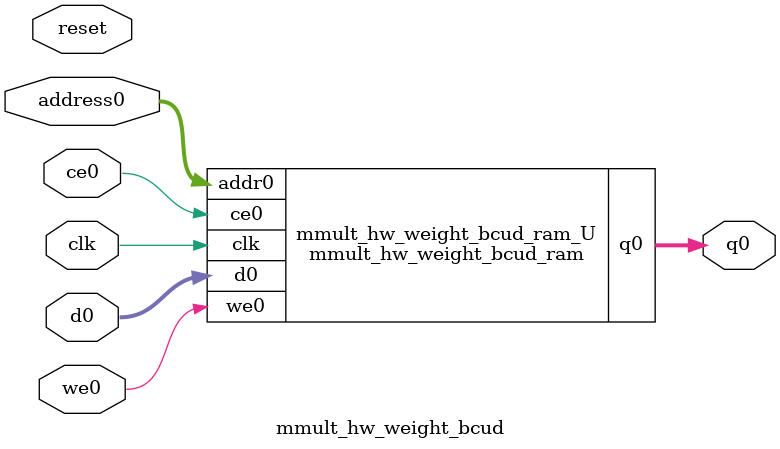
<source format=v>

`timescale 1 ns / 1 ps
module mmult_hw_weight_bcud_ram (addr0, ce0, d0, we0, q0,  clk);

parameter DWIDTH = 8;
parameter AWIDTH = 4;
parameter MEM_SIZE = 10;

input[AWIDTH-1:0] addr0;
input ce0;
input[DWIDTH-1:0] d0;
input we0;
output reg[DWIDTH-1:0] q0;
input clk;

(* ram_style = "distributed" *)reg [DWIDTH-1:0] ram[0:MEM_SIZE-1];




always @(posedge clk)  
begin 
    if (ce0) 
    begin
        if (we0) 
        begin 
            ram[addr0] <= d0; 
            q0 <= d0;
        end 
        else 
            q0 <= ram[addr0];
    end
end


endmodule


`timescale 1 ns / 1 ps
module mmult_hw_weight_bcud(
    reset,
    clk,
    address0,
    ce0,
    we0,
    d0,
    q0);

parameter DataWidth = 32'd8;
parameter AddressRange = 32'd10;
parameter AddressWidth = 32'd4;
input reset;
input clk;
input[AddressWidth - 1:0] address0;
input ce0;
input we0;
input[DataWidth - 1:0] d0;
output[DataWidth - 1:0] q0;



mmult_hw_weight_bcud_ram mmult_hw_weight_bcud_ram_U(
    .clk( clk ),
    .addr0( address0 ),
    .ce0( ce0 ),
    .d0( d0 ),
    .we0( we0 ),
    .q0( q0 ));

endmodule


</source>
